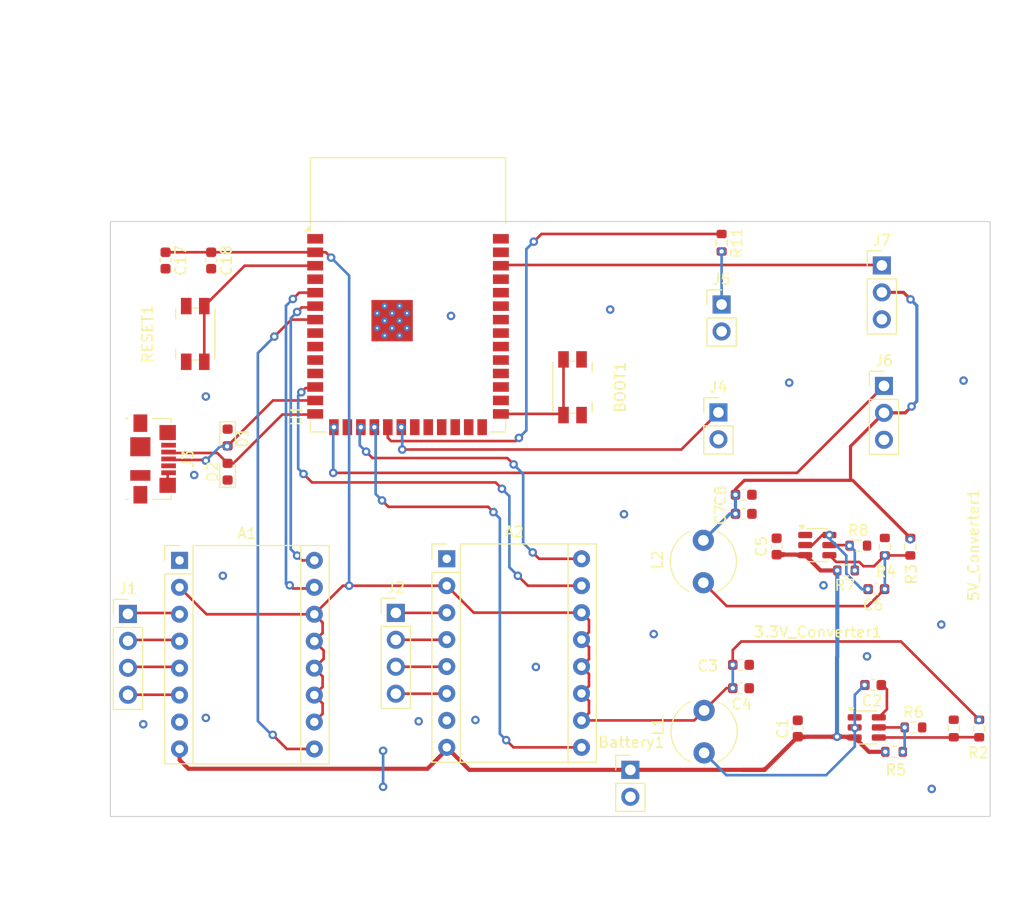
<source format=kicad_pcb>
(kicad_pcb (version 20241229) (generator "pcbnew") (generator_version "9.0")
  (layers (0 "F.Cu" signal) (2 "B.Cu" signal) (13 "F.Paste" user) (15 "B.Paste" user) (5 "F.SilkS" user "F.Silkscreen") (7 "B.SilkS" user "B.Silkscreen") (1 "F.Mask" user) (3 "B.Mask" user) (25 "Edge.Cuts" user))
  (net 0 "")
  (net 1 "Net-(3.3V_Converter1-SW)")
  (net 2 "Net-(3.3V_Converter1-EN)")
  (net 3 "Net-(3.3V_Converter1-BOOT)")
  (net 4 "GND")
  (net 5 "+12V")
  (net 6 "Net-(5V_Converter1-BOOT)")
  (net 7 "DRIVER2_STEP")
  (net 8 "DRIVER2_DIRECTION")
  (net 9 "DRIVER1_STEP")
  (net 10 "DRIVER1_DIRECTION")
  (net 11 "DRIVER1_ENABLE")
  (net 12 "DRIVER2_ENABLE")
  (net 13 "BUZZER_LOGIC")
  (net 14 "LED_LOGIC")
  (net 15 "SERVO_ERASER")
  (net 16 "Net-(3.3V_Converter1-FB)")
  (net 17 "Net-(5V_Converter1-EN)")
  (net 18 "Net-(5V_Converter1-FB)")
  (net 19 "+3V3")
  (net 20 "Net-(A1-1B)")
  (net 21 "Net-(A1-2A)")
  (net 22 "Net-(A1-2B)")
  (net 23 "Net-(A1-1A)")
  (net 24 "Net-(A2-1B)")
  (net 25 "Net-(A2-2B)")
  (net 26 "Net-(A2-1A)")
  (net 27 "Net-(A2-2A)")
  (net 28 "+5V")
  (net 29 "Net-(D1-A2)")
  (net 30 "Net-(D2-A2)")
  (net 31 "Net-(J5-Pin_1)")
  (net 33 "Net-(U1-EN)")
  (net 39 "Net-(U1-IO0)")
  (net 59 "SERVO_MARKER")
  (footprint "Connector_PinHeader_2.54mm:PinHeader_1x02_P2.54mm_Vertical" (layer "F.Cu") (at 121.6 86.125)
    (property "Reference" "J5")
    (property "Value" "LED_HEADERS")
  )
  (footprint "Capacitor_SMD:C_0603_1608Metric" (layer "F.Cu") (at 128.775 126.1 90)
    (property "Reference" "C1")
    (property "Value" "1uF" (hide yes))
  )
  (footprint "Connector_PinHeader_2.54mm:PinHeader_1x03_P2.54mm_Vertical" (layer "F.Cu") (at 136.9 93.8)
    (property "Reference" "J6")
    (property "Value" "MARKER_HEADERS")
  )
  (footprint "" (layer "F.Cu") (at 65.8 132.7)
    (property "Reference" "")
    (property "Value" "")
  )
  (footprint "" (layer "F.Cu") (at 65.9 80)
    (property "Reference" "")
    (property "Value" "")
  )
  (footprint "" (layer "F.Cu") (at 145.1 80.1)
    (property "Reference" "")
    (property "Value" "")
  )
  (footprint "Connector_PinHeader_2.54mm:PinHeader_1x03_P2.54mm_Vertical" (layer "F.Cu") (at 136.7 82.44)
    (property "Reference" "J7")
    (property "Value" "ERASER_HEADERS")
  )
  (footprint "Resistor_SMD:R_0603_1608Metric" (layer "F.Cu") (at 139.381185 108.959064 -90)
    (property "Reference" "R3")
    (property "Value" "100kOhm")
  )
  (footprint "Capacitor_SMD:C_0603_1608Metric" (layer "F.Cu") (at 69.2 81.975 -90)
    (property "Reference" "C17")
    (property "Value" "10u")
  )
  (footprint "Capacitor_SMD:C_0603_1608Metric" (layer "F.Cu") (at 136.181185 112.959064)
    (property "Reference" "C6")
    (property "Value" "100nF")
  )
  (footprint "Inductor_THT:L_Radial_D6.0mm_P4.00mm" (layer "F.Cu") (at 119.95 128.4 90)
    (property "Reference" "L1")
    (property "Value" "6.3uH")
  )
  (footprint "Resistor_SMD:R_0603_1608Metric" (layer "F.Cu") (at 139.675 126)
    (property "Reference" "R6")
    (property "Value" "70.5k")
  )
  (footprint "Capacitor_SMD:C_0603_1608Metric" (layer "F.Cu") (at 135.875 122 180)
    (property "Reference" "C2")
    (property "Value" "100nF")
  )
  (footprint "Capacitor_SMD:C_0603_1608Metric" (layer "F.Cu") (at 126.781185 108.934064 90)
    (property "Reference" "C5")
    (property "Value" "10uF")
  )
  (footprint "Resistor_SMD:R_0603_1608Metric" (layer "F.Cu") (at 143.475 126.1 90)
    (property "Reference" "R1" (hide yes))
    (property "Value" "22kOhm")
  )
  (footprint "Connector_PinHeader_2.54mm:PinHeader_1x04_P2.54mm_Vertical" (layer "F.Cu") (at 65.66 115.3)
    (property "Reference" "J1")
    (property "Value" "Conn_01x04")
  )
  (footprint "Connector_USB:USB_Micro-B_Molex_47346-0001" (layer "F.Cu") (at 68.025 100.6875 -90)
    (property "Reference" "J3")
    (property "Value" "USB_B_Micro")
  )
  (footprint "Resistor_SMD:R_0603_1608Metric" (layer "F.Cu") (at 121.6 80.3 -90)
    (property "Reference" "R11")
    (property "Value" "150")
  )
  (footprint "Connector_PinHeader_2.54mm:PinHeader_1x04_P2.54mm_Vertical" (layer "F.Cu") (at 90.9 115.2)
    (property "Reference" "J2")
    (property "Value" "Conn_01x04")
  )
  (footprint "" (layer "F.Cu") (at 145.1 80.1)
    (property "Reference" "")
    (property "Value" "")
  )
  (footprint "Module:Pololu_Breakout-16_15.2x20.3mm" (layer "F.Cu") (at 95.7 110.1)
    (property "Reference" "A2")
    (property "Value" "Pololu_Breakout_A4988")
  )
  (footprint "" (layer "F.Cu") (at 65.8 132.7)
    (property "Reference" "")
    (property "Value" "")
  )
  (footprint "Capacitor_SMD:C_0603_1608Metric" (layer "F.Cu") (at 123.425 120.1 180)
    (property "Reference" "C3")
    (property "Value" "82pF")
  )
  (footprint "Button_Switch_SMD:Panasonic_EVQPUJ_EVQPUA" (layer "F.Cu") (at 107.55 93.925 -90)
    (property "Reference" "BOOT1")
    (property "Value" "SW_Push")
  )
  (footprint "Connector_PinHeader_2.54mm:PinHeader_1x02_P2.54mm_Vertical" (layer "F.Cu") (at 121.3 96.3)
    (property "Reference" "J4")
    (property "Value" "BUZZER_HEADERS")
  )
  (footprint "" (layer "F.Cu") (at 65.9 80)
    (property "Reference" "")
    (property "Value" "")
  )
  (footprint "Package_TO_SOT_SMD:SOT-23-6" (layer "F.Cu") (at 135.275 126)
    (property "Reference" "3.3V_Converter1")
    (property "Value" "TPS54302")
  )
  (footprint "Diode_SMD:D_0603_1608Metric" (layer "F.Cu") (at 75.05 98.6625 -90)
    (property "Reference" "D1")
    (property "Value" "ESD")
  )
  (footprint "Resistor_SMD:R_0603_1608Metric" (layer "F.Cu") (at 136.981185 108.959064 90)
    (property "Reference" "R4")
    (property "Value" "13.7kOhm")
  )
  (footprint "Button_Switch_SMD:Panasonic_EVQPUJ_EVQPUA" (layer "F.Cu") (at 72 88.9 90)
    (property "Reference" "RESET1")
    (property "Value" "SW_Push")
  )
  (footprint "Capacitor_SMD:C_0603_1608Metric" (layer "F.Cu") (at 73.5 81.975 -90)
    (property "Reference" "C18")
    (property "Value" "0.1u")
  )
  (footprint "RF_Module:ESP32-S3-WROOM-1" (layer "F.Cu") (at 92.05 85.19)
    (property "Reference" "U1")
    (property "Value" "ESP32-S3-WROOM-1")
  )
  (footprint "Resistor_SMD:R_0603_1608Metric" (layer "F.Cu") (at 145.875 126.1 -90)
    (property "Reference" "R2")
    (property "Value" "100kOhm")
  )
  (footprint "Diode_SMD:D_0603_1608Metric" (layer "F.Cu") (at 75.05 101.8875 90)
    (property "Reference" "D2")
    (property "Value" "ESD")
  )
  (footprint "Resistor_SMD:R_0603_1608Metric" (layer "F.Cu") (at 133.325 111.2)
    (property "Reference" "R7")
    (property "Value" "592k")
  )
  (footprint "Capacitor_SMD:C_0603_1608Metric" (layer "F.Cu") (at 123.425 122.3 180)
    (property "Reference" "C4")
    (property "Value" "47uF")
  )
  (footprint "Connector_PinHeader_2.54mm:PinHeader_1x02_P2.54mm_Vertical" (layer "F.Cu") (at 113 130)
    (property "Reference" "Battery1")
    (property "Value" "12V")
  )
  (footprint "Resistor_SMD:R_0603_1608Metric" (layer "F.Cu") (at 137.85 128.3)
    (property "Reference" "R5")
    (property "Value" "592k")
  )
  (footprint "Module:Pololu_Breakout-16_15.2x20.3mm" (layer "F.Cu") (at 70.52 110.25)
    (property "Reference" "A1")
    (property "Value" "Pololu_Breakout_A4988")
  )
  (footprint "" (layer "F.Cu") (at 145.3 132.8)
    (property "Reference" "")
    (property "Value" "")
  )
  (footprint "Package_TO_SOT_SMD:SOT-23-6" (layer "F.Cu") (at 130.618685 108.809064)
    (property "Reference" "5V_Converter1")
    (property "Value" "TPS54302")
  )
  (footprint "Inductor_THT:L_Radial_D6.0mm_P4.00mm" (layer "F.Cu") (at 119.881185 112.359064 90)
    (property "Reference" "L2")
    (property "Value" "18uH")
  )
  (footprint "Capacitor_SMD:C_0603_1608Metric" (layer "F.Cu") (at 123.681185 105.859064 180)
    (property "Reference" "C7")
    (property "Value" "47pF")
  )
  (footprint "Capacitor_SMD:C_0603_1608Metric" (layer "F.Cu") (at 123.681185 104.059064 180)
    (property "Reference" "C8")
    (property "Value" "47uF")
  )
  (footprint "Resistor_SMD:R_0603_1608Metric" (layer "F.Cu") (at 134.481185 108.859064)
    (property "Reference" "R8")
    (property "Value" "70.5k")
  )
  (gr_rect (start 64 78.3) (end 146.9 134.4) (stroke (width 0.1)) (fill no) (layer "Edge.Cuts"))
  (segment (start 135.1 122) (end 135.075 122) (width 0.25) (layer "F.Cu") (net 1))
  (via (at 134.15 126.05) (size 0.8) (drill 0.4) (layers "F.Cu" "B.Cu") (net 1))
  (via (at 135.075 122) (size 0.8) (drill 0.4) (layers "F.Cu" "B.Cu") (net 1))
  (segment (start 134.15 127.8) (end 134.15 126.05) (width 0.25) (layer "B.Cu") (net 1))
  (segment (start 119.95 128.4) (end 122.05 130.5) (width 0.25) (layer "B.Cu") (net 1))
  (segment (start 134.15 122.925) (end 135.075 122) (width 0.25) (layer "B.Cu") (net 1))
  (segment (start 122.05 130.5) (end 131.45 130.5) (width 0.25) (layer "B.Cu") (net 1))
  (segment (start 134.15 126.05) (end 134.15 122.925) (width 0.25) (layer "B.Cu") (net 1))
  (segment (start 131.45 130.5) (end 134.15 127.8) (width 0.25) (layer "B.Cu") (net 1))
  (segment (start 136.4125 126) (end 138.85 126) (width 0.25) (layer "F.Cu") (net 2))
  (via (at 138.675 128.3) (size 0.8) (drill 0.4) (layers "F.Cu" "B.Cu") (net 2))
  (via (at 138.85 126) (size 0.8) (drill 0.4) (layers "F.Cu" "B.Cu") (net 2))
  (segment (start 138.675 128.3) (end 138.85 128.125) (width 0.25) (layer "B.Cu") (net 2))
  (segment (start 138.85 128.125) (end 138.85 126) (width 0.25) (layer "B.Cu") (net 2))
  (segment (start 136.4125 125.05) (end 137.175 124.2875) (width 0.25) (layer "F.Cu") (net 3))
  (segment (start 136.75 122) (end 136.65 122) (width 0.25) (layer "F.Cu") (net 3))
  (segment (start 137.175 124.2875) (end 137.175 122.425) (width 0.25) (layer "F.Cu") (net 3))
  (segment (start 137.175 122.425) (end 136.75 122) (width 0.25) (layer "F.Cu") (net 3))
  (segment (start 69.4 102.0725) (end 69.485 101.9875) (width 0.25) (layer "F.Cu") (net 4))
  (segment (start 129.128863 107.809064) (end 129.518685 107.809064) (width 0.25) (layer "F.Cu") (net 4))
  (segment (start 69.4 103.175) (end 69.4 102.0725) (width 0.25) (layer "F.Cu") (net 4))
  (via (at 73 94.8) (size 0.8) (drill 0.4) (layers "F.Cu" "B.Cu") (net 4))
  (via (at 96.1 87.2) (size 0.8) (drill 0.4) (layers "F.Cu" "B.Cu") (net 4))
  (via (at 135.3 119.3) (size 0.8) (drill 0.4) (layers "F.Cu" "B.Cu") (net 4))
  (via (at 74.6 111.7) (size 0.8) (drill 0.4) (layers "F.Cu" "B.Cu") (net 4))
  (via (at 98.4 125.3) (size 0.8) (drill 0.4) (layers "F.Cu" "B.Cu") (net 4))
  (via (at 104.1 120.3) (size 0.8) (drill 0.4) (layers "F.Cu" "B.Cu") (net 4))
  (via (at 111.1 86.6) (size 0.8) (drill 0.4) (layers "F.Cu" "B.Cu") (net 4))
  (via (at 127.967673 93.49771) (size 0.8) (drill 0.4) (layers "F.Cu" "B.Cu") (net 4))
  (via (at 142.3 116.3) (size 0.8) (drill 0.4) (layers "F.Cu" "B.Cu") (net 4))
  (via (at 89.7 128.2) (size 0.8) (drill 0.4) (layers "F.Cu" "B.Cu") (net 4))
  (via (at 67.1 125.7) (size 0.8) (drill 0.4) (layers "F.Cu" "B.Cu") (net 4))
  (via (at 131.2 112.6) (size 0.8) (drill 0.4) (layers "F.Cu" "B.Cu") (net 4))
  (via (at 115.2 117.2) (size 0.8) (drill 0.4) (layers "F.Cu" "B.Cu") (net 4))
  (via (at 89.7 131.6) (size 0.8) (drill 0.4) (layers "F.Cu" "B.Cu") (net 4))
  (via (at 73 125.1) (size 0.8) (drill 0.4) (layers "F.Cu" "B.Cu") (net 4))
  (via (at 112.4 105.9) (size 0.8) (drill 0.4) (layers "F.Cu" "B.Cu") (net 4))
  (via (at 144.4 93.3) (size 0.8) (drill 0.4) (layers "F.Cu" "B.Cu") (net 4))
  (via (at 93.051554 125.421882) (size 0.8) (drill 0.4) (layers "F.Cu" "B.Cu") (net 4))
  (via (at 141.4 131.8) (size 0.8) (drill 0.4) (layers "F.Cu" "B.Cu") (net 4))
  (via (at 71.9 102.2) (size 0.8) (drill 0.4) (layers "F.Cu" "B.Cu") (net 4))
  (segment (start 89.7 131.6) (end 89.7 128.2) (width 0.25) (layer "B.Cu") (net 4))
  (segment (start 135.4875 128.3) (end 134.1375 126.95) (width 0.39) (layer "F.Cu") (net 5))
  (segment (start 97.82 130) (end 113 130) (width 0.39) (layer "F.Cu") (net 5))
  (segment (start 129.431185 109.709064) (end 129.481185 109.759064) (width 0.25) (layer "F.Cu") (net 5))
  (segment (start 95.7 128.08) (end 93.88 129.9) (width 0.39) (layer "F.Cu") (net 5))
  (segment (start 132.5 111.2) (end 130.922121 111.2) (width 0.39) (layer "F.Cu") (net 5))
  (segment (start 93.88 129.9) (end 71.36 129.9) (width 0.39) (layer "F.Cu") (net 5))
  (segment (start 131.95 126.875) (end 134.0625 126.875) (width 0.39) (layer "F.Cu") (net 5))
  (segment (start 70.52 129.06) (end 70.52 128.03) (width 0.39) (layer "F.Cu") (net 5))
  (segment (start 128.775 126.875) (end 131.95 126.875) (width 0.39) (layer "F.Cu") (net 5))
  (segment (start 113 130) (end 125.65 130) (width 0.39) (layer "F.Cu") (net 5))
  (segment (start 95.7 127.88) (end 97.82 130) (width 0.39) (layer "F.Cu") (net 5))
  (segment (start 126.781185 109.709064) (end 129.431185 109.709064) (width 0.39) (layer "F.Cu") (net 5))
  (segment (start 130.922121 111.2) (end 129.481185 109.759064) (width 0.39) (layer "F.Cu") (net 5))
  (segment (start 134.0625 126.875) (end 134.1375 126.95) (width 0.25) (layer "F.Cu") (net 5))
  (segment (start 137.025 128.3) (end 135.4875 128.3) (width 0.39) (layer "F.Cu") (net 5))
  (segment (start 125.65 130) (end 128.775 126.875) (width 0.39) (layer "F.Cu") (net 5))
  (segment (start 71.36 129.9) (end 70.52 129.06) (width 0.39) (layer "F.Cu") (net 5))
  (via (at 132.5 111.2) (size 0.8) (drill 0.4) (layers "F.Cu" "B.Cu") (net 5))
  (via (at 137.025 128.3) (size 0.8) (drill 0.4) (layers "F.Cu" "B.Cu") (net 5))
  (via (at 132.475 126.875) (size 0.8) (drill 0.4) (layers "F.Cu" "B.Cu") (net 5))
  (segment (start 132.5 111.2) (end 132.750388 111.450388) (width 0.25) (layer "B.Cu") (net 5))
  (segment (start 132.475 119.375) (end 132.5 119.35) (width 0.25) (layer "B.Cu") (net 5))
  (segment (start 132.5 119.35) (end 132.5 111.2) (width 0.39) (layer "B.Cu") (net 5))
  (segment (start 132.475 126.875) (end 132.475 119.375) (width 0.39) (layer "B.Cu") (net 5))
  (segment (start 135.406185 112.959064) (end 135.381185 112.959064) (width 0.25) (layer "F.Cu") (net 6))
  (segment (start 129.481185 108.809064) (end 130.143686 108.809064) (width 0.25) (layer "F.Cu") (net 6))
  (segment (start 130.143686 108.809064) (end 131.093686 107.859064) (width 0.25) (layer "F.Cu") (net 6))
  (segment (start 131.756185 107.859064) (end 131.731185 107.884064) (width 0.25) (layer "F.Cu") (net 6))
  (segment (start 129.481185 108.809064) (end 129.481185 108.859064) (width 0.25) (layer "F.Cu") (net 6))
  (segment (start 131.093686 107.859064) (end 131.756185 107.859064) (width 0.25) (layer "F.Cu") (net 6))
  (via (at 131.756185 107.859064) (size 0.8) (drill 0.4) (layers "F.Cu" "B.Cu") (net 6))
  (via (at 135.381185 112.959064) (size 0.8) (drill 0.4) (layers "F.Cu" "B.Cu") (net 6))
  (segment (start 133.35 109.8) (end 131.756185 108.206185) (width 0.25) (layer "B.Cu") (net 6))
  (segment (start 133.35 111.5) (end 133.35 109.8) (width 0.25) (layer "B.Cu") (net 6))
  (segment (start 131.756185 108.206185) (end 131.756185 107.859064) (width 0.25) (layer "B.Cu") (net 6))
  (segment (start 134.809064 112.959064) (end 133.35 111.5) (width 0.25) (layer "B.Cu") (net 6))
  (segment (start 135.381185 112.959064) (end 134.809064 112.959064) (width 0.25) (layer "B.Cu") (net 6))
  (segment (start 82 94.4) (end 82.4 94) (width 0.25) (layer "F.Cu") (net 7))
  (segment (start 82.2 102.1) (end 83 102.9) (width 0.25) (layer "F.Cu") (net 7))
  (segment (start 100.3 102.9) (end 100.9 103.5) (width 0.25) (layer "F.Cu") (net 7))
  (segment (start 83 102.9) (end 100.3 102.9) (width 0.25) (layer "F.Cu") (net 7))
  (segment (start 102.4 111.7) (end 103.34 112.64) (width 0.25) (layer "F.Cu") (net 7))
  (segment (start 103.34 112.64) (end 108.4 112.64) (width 0.25) (layer "F.Cu") (net 7))
  (segment (start 82.4 94) (end 83.2 94) (width 0.25) (layer "F.Cu") (net 7))
  (segment (start 83.2 94) (end 83.3 93.9) (width 0.25) (layer "F.Cu") (net 7))
  (via (at 82 94.4) (size 0.8) (drill 0.4) (layers "F.Cu" "B.Cu") (net 7))
  (via (at 102.4 111.7) (size 0.8) (drill 0.4) (layers "F.Cu" "B.Cu") (net 7))
  (via (at 82.2 102.1) (size 0.8) (drill 0.4) (layers "F.Cu" "B.Cu") (net 7))
  (via (at 100.9 103.5) (size 0.8) (drill 0.4) (layers "F.Cu" "B.Cu") (net 7))
  (segment (start 100.9 103.5) (end 101.6 104.2) (width 0.25) (layer "B.Cu") (net 7))
  (segment (start 101.6 110.9) (end 102.4 111.7) (width 0.25) (layer "B.Cu") (net 7))
  (segment (start 101.6 104.2) (end 101.6 110.9) (width 0.25) (layer "B.Cu") (net 7))
  (segment (start 81.7 94.7) (end 81.7 101.6) (width 0.25) (layer "B.Cu") (net 7))
  (segment (start 81.7 101.6) (end 82.2 102.1) (width 0.25) (layer "B.Cu") (net 7))
  (segment (start 82 94.4) (end 81.7 94.7) (width 0.25) (layer "B.Cu") (net 7))
  (segment (start 88.1 100) (end 88.7 100.6) (width 0.25) (layer "F.Cu") (net 8))
  (segment (start 103.8 109.5) (end 104.4 110.1) (width 0.25) (layer "F.Cu") (net 8))
  (segment (start 88.7 100.6) (end 101.4 100.6) (width 0.25) (layer "F.Cu") (net 8))
  (segment (start 104.4 110.1) (end 108.4 110.1) (width 0.25) (layer "F.Cu") (net 8))
  (segment (start 101.4 100.6) (end 102 101.2) (width 0.25) (layer "F.Cu") (net 8))
  (via (at 103.8 109.5) (size 0.8) (drill 0.4) (layers "F.Cu" "B.Cu") (net 8))
  (via (at 102 101.2) (size 0.8) (drill 0.4) (layers "F.Cu" "B.Cu") (net 8))
  (via (at 87.605 97.69) (size 0.8) (drill 0.4) (layers "F.Cu" "B.Cu") (net 8))
  (via (at 88.1 100) (size 0.8) (drill 0.4) (layers "F.Cu" "B.Cu") (net 8))
  (segment (start 102 101.2) (end 102.9 102.1) (width 0.25) (layer "B.Cu") (net 8))
  (segment (start 88.1 100) (end 87.5 99.4) (width 0.25) (layer "B.Cu") (net 8))
  (segment (start 102.9 102.1) (end 102.9 108.6) (width 0.25) (layer "B.Cu") (net 8))
  (segment (start 87.5 97.795) (end 87.605 97.69) (width 0.25) (layer "B.Cu") (net 8))
  (segment (start 102.9 108.6) (end 103.8 109.5) (width 0.25) (layer "B.Cu") (net 8))
  (segment (start 87.5 99.4) (end 87.5 97.795) (width 0.25) (layer "B.Cu") (net 8))
  (segment (start 83.11 112.9) (end 83.22 112.79) (width 0.25) (layer "F.Cu") (net 9))
  (segment (start 81.2 112.9) (end 83.11 112.9) (width 0.25) (layer "F.Cu") (net 9))
  (segment (start 81.2 85.6) (end 81.79 85.01) (width 0.25) (layer "F.Cu") (net 9))
  (segment (start 80.9 112.6) (end 81.2 112.9) (width 0.25) (layer "F.Cu") (net 9))
  (segment (start 81.79 85.01) (end 83.3 85.01) (width 0.25) (layer "F.Cu") (net 9))
  (via (at 80.9 112.6) (size 0.8) (drill 0.4) (layers "F.Cu" "B.Cu") (net 9))
  (via (at 81.2 85.6) (size 0.8) (drill 0.4) (layers "F.Cu" "B.Cu") (net 9))
  (segment (start 80.698 112.6) (end 80.549 112.451) (width 0.25) (layer "B.Cu") (net 9))
  (segment (start 80.549 112.451) (end 80.549 86.251) (width 0.25) (layer "B.Cu") (net 9))
  (segment (start 80.549 86.251) (end 81.2 85.6) (width 0.25) (layer "B.Cu") (net 9))
  (segment (start 80.9 112.6) (end 80.698 112.6) (width 0.25) (layer "B.Cu") (net 9))
  (segment (start 81.6 86.825) (end 82.025 86.4) (width 0.25) (layer "F.Cu") (net 10))
  (segment (start 82.05 110.25) (end 83.22 110.25) (width 0.25) (layer "F.Cu") (net 10))
  (segment (start 81.6 109.8) (end 82.05 110.25) (width 0.25) (layer "F.Cu") (net 10))
  (segment (start 83.18 86.4) (end 83.3 86.28) (width 0.25) (layer "F.Cu") (net 10))
  (segment (start 82.025 86.4) (end 83.18 86.4) (width 0.25) (layer "F.Cu") (net 10))
  (via (at 81.6 109.8) (size 0.8) (drill 0.4) (layers "F.Cu" "B.Cu") (net 10))
  (via (at 81.6 86.825) (size 0.8) (drill 0.4) (layers "F.Cu" "B.Cu") (net 10))
  (segment (start 81.6 109.8) (end 81 109.2) (width 0.25) (layer "B.Cu") (net 10))
  (segment (start 81 87.425) (end 81.6 86.825) (width 0.25) (layer "B.Cu") (net 10))
  (segment (start 81 109.2) (end 81 87.425) (width 0.25) (layer "B.Cu") (net 10))
  (segment (start 80.63 128.03) (end 79.3 126.7) (width 0.25) (layer "F.Cu") (net 11))
  (segment (start 81.05 87.55) (end 83.3 87.55) (width 0.25) (layer "F.Cu") (net 11))
  (segment (start 83.22 128.03) (end 80.63 128.03) (width 0.25) (layer "F.Cu") (net 11))
  (segment (start 79.45 89.15) (end 81.05 87.55) (width 0.25) (layer "F.Cu") (net 11))
  (segment (start 83.25 87.5) (end 83.3 87.55) (width 0.25) (layer "F.Cu") (net 11))
  (via (at 79.45 89.15) (size 0.8) (drill 0.4) (layers "F.Cu" "B.Cu") (net 11))
  (via (at 79.3 126.7) (size 0.8) (drill 0.4) (layers "F.Cu" "B.Cu") (net 11))
  (segment (start 77.9 125.4) (end 79.1 126.6) (width 0.25) (layer "B.Cu") (net 11))
  (segment (start 77.9 90.7) (end 77.9 125.4) (width 0.25) (layer "B.Cu") (net 11))
  (segment (start 79.45 89.15) (end 77.9 90.7) (width 0.25) (layer "B.Cu") (net 11))
  (segment (start 101.98 127.88) (end 108.4 127.88) (width 0.25) (layer "F.Cu") (net 12))
  (segment (start 101.3 127.2) (end 101.98 127.88) (width 0.25) (layer "F.Cu") (net 12))
  (segment (start 99.6 105.2) (end 90.2 105.2) (width 0.25) (layer "F.Cu") (net 12))
  (segment (start 90.2 105.2) (end 89.6 104.6) (width 0.25) (layer "F.Cu") (net 12))
  (segment (start 100.1 105.7) (end 99.6 105.2) (width 0.25) (layer "F.Cu") (net 12))
  (via (at 101.3 127.2) (size 0.8) (drill 0.4) (layers "F.Cu" "B.Cu") (net 12))
  (via (at 88.875 97.69) (size 0.8) (drill 0.4) (layers "F.Cu" "B.Cu") (net 12))
  (via (at 89.6 104.6) (size 0.8) (drill 0.4) (layers "F.Cu" "B.Cu") (net 12))
  (via (at 100.1 105.7) (size 0.8) (drill 0.4) (layers "F.Cu" "B.Cu") (net 12))
  (segment (start 100.7 106.3) (end 100.1 105.7) (width 0.25) (layer "B.Cu") (net 12))
  (segment (start 101.3 127.2) (end 100.7 126.6) (width 0.25) (layer "B.Cu") (net 12))
  (segment (start 89 104) (end 89 97.815) (width 0.25) (layer "B.Cu") (net 12))
  (segment (start 89.6 104.6) (end 89 104) (width 0.25) (layer "B.Cu") (net 12))
  (segment (start 89 97.815) (end 88.875 97.69) (width 0.25) (layer "B.Cu") (net 12))
  (segment (start 100.7 126.6) (end 100.7 106.3) (width 0.25) (layer "B.Cu") (net 12))
  (segment (start 117.8 99.8) (end 91.5 99.8) (width 0.25) (layer "F.Cu") (net 13))
  (segment (start 121.3 96.3) (end 117.8 99.8) (width 0.25) (layer "F.Cu") (net 13))
  (via (at 91.5 99.8) (size 0.8) (drill 0.4) (layers "F.Cu" "B.Cu") (net 13))
  (via (at 91.415 97.69) (size 0.8) (drill 0.4) (layers "F.Cu" "B.Cu") (net 13))
  (segment (start 91.5 97.775) (end 91.415 97.69) (width 0.25) (layer "B.Cu") (net 13))
  (segment (start 91.5 99.8) (end 91.5 97.775) (width 0.25) (layer "B.Cu") (net 13))
  (segment (start 90.455 99) (end 90.145 98.69) (width 0.25) (layer "F.Cu") (net 14))
  (segment (start 90.145 98.69) (end 90.145 97.69) (width 0.25) (layer "F.Cu") (net 14))
  (segment (start 103.9 80.2) (end 104.625 79.475) (width 0.25) (layer "F.Cu") (net 14))
  (segment (start 104.625 79.475) (end 121.6 79.475) (width 0.25) (layer "F.Cu") (net 14))
  (segment (start 102.2 99) (end 90.455 99) (width 0.25) (layer "F.Cu") (net 14))
  (segment (start 102.5 98.7) (end 102.2 99) (width 0.25) (layer "F.Cu") (net 14))
  (via (at 102.5 98.7) (size 0.8) (drill 0.4) (layers "F.Cu" "B.Cu") (net 14))
  (via (at 103.9 80.2) (size 0.8) (drill 0.4) (layers "F.Cu" "B.Cu") (net 14))
  (segment (start 102.5 98.7) (end 103.2 98) (width 0.25) (layer "B.Cu") (net 14))
  (segment (start 103.2 80.9) (end 103.9 80.2) (width 0.25) (layer "B.Cu") (net 14))
  (segment (start 103.2 98) (end 103.2 80.9) (width 0.25) (layer "B.Cu") (net 14))
  (segment (start 100.87 82.4) (end 100.8 82.47) (width 0.25) (layer "F.Cu") (net 15))
  (segment (start 136.66 82.4) (end 100.87 82.4) (width 0.25) (layer "F.Cu") (net 15))
  (segment (start 136.7 82.44) (end 136.66 82.4) (width 0.25) (layer "F.Cu") (net 15))
  (segment (start 143.3 126.95) (end 143.475 127.125) (width 0.25) (layer "F.Cu") (net 16))
  (segment (start 143.475 126.925) (end 145.875 126.925) (width 0.25) (layer "F.Cu") (net 16))
  (segment (start 136.4125 126.95) (end 143.3 126.95) (width 0.25) (layer "F.Cu") (net 16))
  (segment (start 131.756185 108.784064) (end 131.781185 108.759064) (width 0.25) (layer "F.Cu") (net 17))
  (segment (start 131.756185 108.809064) (end 131.756185 108.784064) (width 0.25) (layer "F.Cu") (net 17))
  (segment (start 131.756185 108.809064) (end 133.606185 108.809064) (width 0.25) (layer "F.Cu") (net 17))
  (segment (start 133.606185 108.809064) (end 133.656185 108.859064) (width 0.25) (layer "F.Cu") (net 17))
  (via (at 134.15 111.2) (size 0.8) (drill 0.4) (layers "F.Cu" "B.Cu") (net 17))
  (via (at 133.656185 108.859064) (size 0.8) (drill 0.4) (layers "F.Cu" "B.Cu") (net 17))
  (via (at 133.656185 108.859064) (size 0.8) (drill 0.4) (layers "F.Cu" "B.Cu") (net 17))
  (segment (start 133.656185 108.906185) (end 133.656185 108.859064) (width 0.25) (layer "B.Cu") (net 17))
  (segment (start 134.15 109.352879) (end 134.15 111.2) (width 0.25) (layer "B.Cu") (net 17))
  (segment (start 133.656185 108.859064) (end 134.15 109.352879) (width 0.25) (layer "B.Cu") (net 17))
  (segment (start 136.981185 109.784064) (end 135.965249 110.8) (width 0.25) (layer "F.Cu") (net 18))
  (segment (start 135.965249 110.8) (end 134.974418 110.8) (width 0.25) (layer "F.Cu") (net 18))
  (segment (start 134.974418 110.8) (end 134.573418 110.399) (width 0.25) (layer "F.Cu") (net 18))
  (segment (start 135.356185 114.559064) (end 122.081185 114.559064) (width 0.25) (layer "F.Cu") (net 18))
  (segment (start 136.956185 112.959064) (end 136.981185 112.959064) (width 0.25) (layer "F.Cu") (net 18))
  (segment (start 136.956185 112.959064) (end 135.356185 114.559064) (width 0.25) (layer "F.Cu") (net 18))
  (segment (start 122.081185 114.559064) (end 119.881185 112.359064) (width 0.25) (layer "F.Cu") (net 18))
  (segment (start 139.381185 109.784064) (end 136.981185 109.784064) (width 0.25) (layer "F.Cu") (net 18))
  (segment (start 134.573418 110.399) (end 132.396121 110.399) (width 0.25) (layer "F.Cu") (net 18))
  (segment (start 136.956185 109.809064) (end 136.981185 109.784064) (width 0.25) (layer "F.Cu") (net 18))
  (segment (start 132.396121 110.399) (end 131.756185 109.759064) (width 0.25) (layer "F.Cu") (net 18))
  (segment (start 139.281185 109.784064) (end 139.381185 109.884064) (width 0.25) (layer "F.Cu") (net 18))
  (via (at 136.981185 109.784064) (size 0.8) (drill 0.4) (layers "F.Cu" "B.Cu") (net 18))
  (via (at 136.981185 112.959064) (size 0.8) (drill 0.4) (layers "F.Cu" "B.Cu") (net 18))
  (segment (start 136.981185 112.959064) (end 136.981185 109.784064) (width 0.25) (layer "B.Cu") (net 18))
  (segment (start 84 123.73) (end 84 124.71) (width 0.25) (layer "F.Cu") (net 19))
  (segment (start 122.65 122.3) (end 122.05 122.3) (width 0.25) (layer "F.Cu") (net 19))
  (segment (start 119.01 125.34) (end 108.4 125.34) (width 0.25) (layer "F.Cu") (net 19))
  (segment (start 83.22 115.33) (end 73.06 115.33) (width 0.25) (layer "F.Cu") (net 19))
  (segment (start 84 122.17) (end 83.22 122.95) (width 0.25) (layer "F.Cu") (net 19))
  (segment (start 84.3 81.2) (end 84.8 81.7) (width 0.25) (layer "F.Cu") (net 19))
  (segment (start 83.3 81.2) (end 84.3 81.2) (width 0.25) (layer "F.Cu") (net 19))
  (segment (start 69.2 81.2) (end 73.5 81.2) (width 0.25) (layer "F.Cu") (net 19))
  (segment (start 109.1 123.5) (end 108.4 122.8) (width 0.25) (layer "F.Cu") (net 19))
  (segment (start 86.5 112.64) (end 85.91 112.64) (width 0.25) (layer "F.Cu") (net 19))
  (segment (start 84.1 119.53) (end 83.22 120.41) (width 0.25) (layer "F.Cu") (net 19))
  (segment (start 123.45 117.9) (end 122.65 118.7) (width 0.25) (layer "F.Cu") (net 19))
  (segment (start 145.875 125.275) (end 145.85 125.3) (width 0.25) (layer "F.Cu") (net 19))
  (segment (start 83.22 117.87) (end 84.1 118.75) (width 0.25) (layer "F.Cu") (net 19))
  (segment (start 84 124.71) (end 83.22 125.49) (width 0.25) (layer "F.Cu") (net 19))
  (segment (start 109.1 119.56) (end 109.1 118.42) (width 0.25) (layer "F.Cu") (net 19))
  (segment (start 73.06 115.33) (end 70.52 112.79) (width 0.25) (layer "F.Cu") (net 19))
  (segment (start 84 116.11) (end 84 117.09) (width 0.25) (layer "F.Cu") (net 19))
  (segment (start 83.22 120.41) (end 84 121.19) (width 0.25) (layer "F.Cu") (net 19))
  (segment (start 122.65 118.7) (end 122.65 120.1) (width 0.25) (layer "F.Cu") (net 19))
  (segment (start 109.1 117.02) (end 109.1 115.88) (width 0.25) (layer "F.Cu") (net 19))
  (segment (start 85.91 112.64) (end 83.22 115.33) (width 0.25) (layer "F.Cu") (net 19))
  (segment (start 145.875 125.275) (end 138.5 117.9) (width 0.25) (layer "F.Cu") (net 19))
  (segment (start 84.1 118.75) (end 84.1 119.53) (width 0.25) (layer "F.Cu") (net 19))
  (segment (start 119.95 124.4) (end 119.01 125.34) (width 0.25) (layer "F.Cu") (net 19))
  (segment (start 84 121.19) (end 84 122.17) (width 0.25) (layer "F.Cu") (net 19))
  (segment (start 83.22 122.95) (end 84 123.73) (width 0.25) (layer "F.Cu") (net 19))
  (segment (start 73.5 81.2) (end 83.3 81.2) (width 0.25) (layer "F.Cu") (net 19))
  (segment (start 109.1 122.1) (end 109.1 120.96) (width 0.25) (layer "F.Cu") (net 19))
  (segment (start 108.4 122.8) (end 109.1 122.1) (width 0.25) (layer "F.Cu") (net 19))
  (segment (start 108.4 125.34) (end 109.1 124.64) (width 0.25) (layer "F.Cu") (net 19))
  (segment (start 122.05 122.3) (end 119.95 124.4) (width 0.25) (layer "F.Cu") (net 19))
  (segment (start 84 117.09) (end 83.22 117.87) (width 0.25) (layer "F.Cu") (net 19))
  (segment (start 98.24 115.18) (end 95.7 112.64) (width 0.25) (layer "F.Cu") (net 19))
  (segment (start 109.1 115.88) (end 108.4 115.18) (width 0.25) (layer "F.Cu") (net 19))
  (segment (start 108.4 117.72) (end 109.1 117.02) (width 0.25) (layer "F.Cu") (net 19))
  (segment (start 108.4 115.18) (end 98.24 115.18) (width 0.25) (layer "F.Cu") (net 19))
  (segment (start 108.4 120.26) (end 109.1 119.56) (width 0.25) (layer "F.Cu") (net 19))
  (segment (start 109.1 118.42) (end 108.4 117.72) (width 0.25) (layer "F.Cu") (net 19))
  (segment (start 95.7 112.64) (end 86.5 112.64) (width 0.25) (layer "F.Cu") (net 19))
  (segment (start 138.5 117.9) (end 123.45 117.9) (width 0.25) (layer "F.Cu") (net 19))
  (segment (start 109.1 120.96) (end 108.4 120.26) (width 0.25) (layer "F.Cu") (net 19))
  (segment (start 83.22 115.33) (end 84 116.11) (width 0.25) (layer "F.Cu") (net 19))
  (segment (start 109.1 124.64) (end 109.1 123.5) (width 0.25) (layer "F.Cu") (net 19))
  (via (at 122.65 122.3) (size 0.8) (drill 0.4) (layers "F.Cu" "B.Cu") (net 19))
  (via (at 145.85 125.3) (size 0.8) (drill 0.4) (layers "F.Cu" "B.Cu") (net 19))
  (via (at 145.85 125.3) (size 0.8) (drill 0.4) (layers "F.Cu" "B.Cu") (net 19))
  (via (at 122.65 120.1) (size 0.8) (drill 0.4) (layers "F.Cu" "B.Cu") (net 19))
  (via (at 84.8 81.7) (size 0.8) (drill 0.4) (layers "F.Cu" "B.Cu") (net 19))
  (via (at 86.5 112.64) (size 0.8) (drill 0.4) (layers "F.Cu" "B.Cu") (net 19))
  (segment (start 122.65 120.1) (end 122.65 122.3) (width 0.25) (layer "B.Cu") (net 19))
  (segment (start 86.5 112.64) (end 86.5 83.4) (width 0.25) (layer "B.Cu") (net 19))
  (segment (start 86.5 83.4) (end 84.8 81.7) (width 0.25) (layer "B.Cu") (net 19))
  (segment (start 65.75 115.21) (end 70.4 115.21) (width 0.25) (layer "F.Cu") (net 20))
  (segment (start 70.4 115.21) (end 70.52 115.33) (width 0.25) (layer "F.Cu") (net 20))
  (segment (start 65.66 115.3) (end 65.75 115.21) (width 0.25) (layer "F.Cu") (net 20))
  (segment (start 70.4 120.29) (end 70.52 120.41) (width 0.25) (layer "F.Cu") (net 21))
  (segment (start 65.66 120.38) (end 65.75 120.29) (width 0.25) (layer "F.Cu") (net 21))
  (segment (start 65.75 120.29) (end 70.4 120.29) (width 0.25) (layer "F.Cu") (net 21))
  (segment (start 65.66 122.92) (end 70.49 122.92) (width 0.25) (layer "F.Cu") (net 22))
  (segment (start 70.49 122.92) (end 70.52 122.95) (width 0.25) (layer "F.Cu") (net 22))
  (segment (start 70.47 122.9) (end 70.52 122.95) (width 0.25) (layer "F.Cu") (net 22))
  (segment (start 65.75 117.75) (end 70.4 117.75) (width 0.25) (layer "F.Cu") (net 23))
  (segment (start 65.66 117.84) (end 65.75 117.75) (width 0.25) (layer "F.Cu") (net 23))
  (segment (start 70.4 117.75) (end 70.52 117.87) (width 0.25) (layer "F.Cu") (net 23))
  (segment (start 95.68 115.2) (end 95.7 115.18) (width 0.25) (layer "F.Cu") (net 24))
  (segment (start 90.9 115.2) (end 95.68 115.2) (width 0.25) (layer "F.Cu") (net 24))
  (segment (start 90.9 122.82) (end 95.68 122.82) (width 0.25) (layer "F.Cu") (net 25))
  (segment (start 95.68 122.82) (end 95.7 122.8) (width 0.25) (layer "F.Cu") (net 25))
  (segment (start 95.68 117.74) (end 95.7 117.72) (width 0.25) (layer "F.Cu") (net 26))
  (segment (start 90.9 117.74) (end 95.68 117.74) (width 0.25) (layer "F.Cu") (net 26))
  (segment (start 95.68 120.28) (end 95.7 120.26) (width 0.25) (layer "F.Cu") (net 27))
  (segment (start 90.9 120.28) (end 95.68 120.28) (width 0.25) (layer "F.Cu") (net 27))
  (segment (start 133.947121 102.7) (end 133.2 102.7) (width 0.25) (layer "F.Cu") (net 28))
  (segment (start 139.4 85.64) (end 138.74 84.98) (width 0.3) (layer "F.Cu") (net 28))
  (segment (start 139.5 95.74) (end 138.9 96.34) (width 0.3) (layer "F.Cu") (net 28))
  (segment (start 138.9 96.34) (end 136.9 96.34) (width 0.3) (layer "F.Cu") (net 28))
  (segment (start 133.747121 99.492879) (end 133.747121 102.7) (width 0.3) (layer "F.Cu") (net 28))
  (segment (start 122.906185 103.543815) (end 122.906185 104.059064) (width 0.25) (layer "F.Cu") (net 28))
  (segment (start 136.9 96.34) (end 133.747121 99.492879) (width 0.3) (layer "F.Cu") (net 28))
  (segment (start 138.74 84.98) (end 136.7 84.98) (width 0.3) (layer "F.Cu") (net 28))
  (segment (start 139.381185 108.134064) (end 133.947121 102.7) (width 0.3) (layer "F.Cu") (net 28))
  (segment (start 139.381185 108.134064) (end 139.381185 108.259064) (width 0.25) (layer "F.Cu") (net 28))
  (segment (start 133.747121 102.7) (end 123.75 102.7) (width 0.3) (layer "F.Cu") (net 28))
  (segment (start 123.75 102.7) (end 122.906185 103.543815) (width 0.3) (layer "F.Cu") (net 28))
  (segment (start 119.881185 108.359064) (end 120.081185 108.159064) (width 0.25) (layer "F.Cu") (net 28))
  (via (at 122.906185 104.059064) (size 0.8) (drill 0.4) (layers "F.Cu" "B.Cu") (net 28))
  (via (at 139.381185 108.259064) (size 0.8) (drill 0.4) (layers "F.Cu" "B.Cu") (net 28))
  (via (at 139.5 95.74) (size 0.8) (drill 0.4) (layers "F.Cu" "B.Cu") (net 28))
  (via (at 139.4 85.64) (size 0.8) (drill 0.4) (layers "F.Cu" "B.Cu") (net 28))
  (via (at 122.906185 105.859064) (size 0.8) (drill 0.4) (layers "F.Cu" "B.Cu") (net 28))
  (segment (start 119.881185 108.359064) (end 122.381185 105.859064) (width 0.3) (layer "B.Cu") (net 28))
  (segment (start 139.4 85.64) (end 140 86.24) (width 0.3) (layer "B.Cu") (net 28))
  (segment (start 122.381185 105.859064) (end 122.906185 105.859064) (width 0.3) (layer "B.Cu") (net 28))
  (segment (start 140 86.24) (end 140 95.24) (width 0.3) (layer "B.Cu") (net 28))
  (segment (start 122.906185 105.859064) (end 122.906185 104.059064) (width 0.3) (layer "B.Cu") (net 28))
  (segment (start 140 95.24) (end 139.5 95.74) (width 0.3) (layer "B.Cu") (net 28))
  (segment (start 69.485 100.6875) (end 69.5725 100.775) (width 0.25) (layer "F.Cu") (net 29))
  (segment (start 79.33 95.17) (end 83.3 95.17) (width 0.25) (layer "F.Cu") (net 29))
  (segment (start 75 99.4) (end 75.05 99.45) (width 0.25) (layer "F.Cu") (net 29))
  (segment (start 72.925 100.775) (end 73 100.85) (width 0.25) (layer "F.Cu") (net 29))
  (segment (start 75.05 99.45) (end 79.33 95.17) (width 0.25) (layer "F.Cu") (net 29))
  (segment (start 69.5725 100.775) (end 72.925 100.775) (width 0.25) (layer "F.Cu") (net 29))
  (via (at 73 100.85) (size 0.8) (drill 0.4) (layers "F.Cu" "B.Cu") (net 29))
  (via (at 75 99.5) (size 0.8) (drill 0.4) (layers "F.Cu" "B.Cu") (net 29))
  (segment (start 73 100.85) (end 74.35 99.5) (width 0.25) (layer "B.Cu") (net 29))
  (segment (start 74.35 99.5) (end 75 99.5) (width 0.25) (layer "B.Cu") (net 29))
  (segment (start 83.24 96.5) (end 83.3 96.44) (width 0.25) (layer "F.Cu") (net 30))
  (segment (start 74.075 100.125) (end 75.05 101.1) (width 0.25) (layer "F.Cu") (net 30))
  (segment (start 75.6 101.1) (end 80.2 96.5) (width 0.25) (layer "F.Cu") (net 30))
  (segment (start 69.485 100.0375) (end 69.5725 100.125) (width 0.25) (layer "F.Cu") (net 30))
  (segment (start 80.2 96.5) (end 83.24 96.5) (width 0.25) (layer "F.Cu") (net 30))
  (segment (start 69.5725 100.125) (end 74.075 100.125) (width 0.25) (layer "F.Cu") (net 30))
  (segment (start 75.05 101.1) (end 75.6 101.1) (width 0.25) (layer "F.Cu") (net 30))
  (via (at 121.6 81.125) (size 0.8) (drill 0.4) (layers "F.Cu" "B.Cu") (net 31))
  (segment (start 121.6 86.125) (end 121.6 81.125) (width 0.25) (layer "B.Cu") (net 31))
  (segment (start 76.655 82.47) (end 83.3 82.47) (width 0.25) (layer "F.Cu") (net 33))
  (segment (start 72.85 86.275) (end 76.655 82.47) (width 0.25) (layer "F.Cu") (net 33))
  (segment (start 72.85 86.275) (end 72.85 91.525) (width 0.25) (layer "F.Cu") (net 33))
  (segment (start 100.8 96.44) (end 106.59 96.44) (width 0.25) (layer "F.Cu") (net 39))
  (segment (start 106.59 96.44) (end 106.7 96.55) (width 0.25) (layer "F.Cu") (net 39))
  (segment (start 106.7 96.55) (end 106.7 91.3) (width 0.25) (layer "F.Cu") (net 39))
  (segment (start 128.7 102) (end 85 102) (width 0.25) (layer "F.Cu") (net 59))
  (segment (start 136.9 93.8) (end 128.7 102) (width 0.25) (layer "F.Cu") (net 59))
  (via (at 85 102) (size 0.8) (drill 0.4) (layers "F.Cu" "B.Cu") (net 59))
  (via (at 85.065 97.69) (size 0.8) (drill 0.4) (layers "F.Cu" "B.Cu") (net 59))
  (segment (start 85 102) (end 85 97.755) (width 0.25) (layer "B.Cu") (net 59))
  (segment (start 85 97.755) (end 85.065 97.69) (width 0.25) (layer "B.Cu") (net 59))
  (zone (net 5) (net_name "+12V") (layer "F.Cu") (priority 1) (connect_pads (clearance 0.5)) (min_thickness 0.25) (fill yes (thermal_gap 0.5) (thermal_bridge_width 0.5))
    (polygon (pts (xy 123.375 126.8) (xy 134.775 126.6) (xy 134.575 133.2) (xy 123.475 133.4) (xy 123.375 126.4)))
  )
  (zone (net 5) (net_name "+12V") (layer "F.Cu") (priority 3) (connect_pads (clearance 0.5)) (min_thickness 0.25) (fill yes (thermal_gap 0.5) (thermal_bridge_width 0.5))
    (polygon (pts (xy 123.681185 109.3) (xy 123.581185 113.6) (xy 130.481185 113.7) (xy 130.481185 109.3)))
  )
)
</source>
